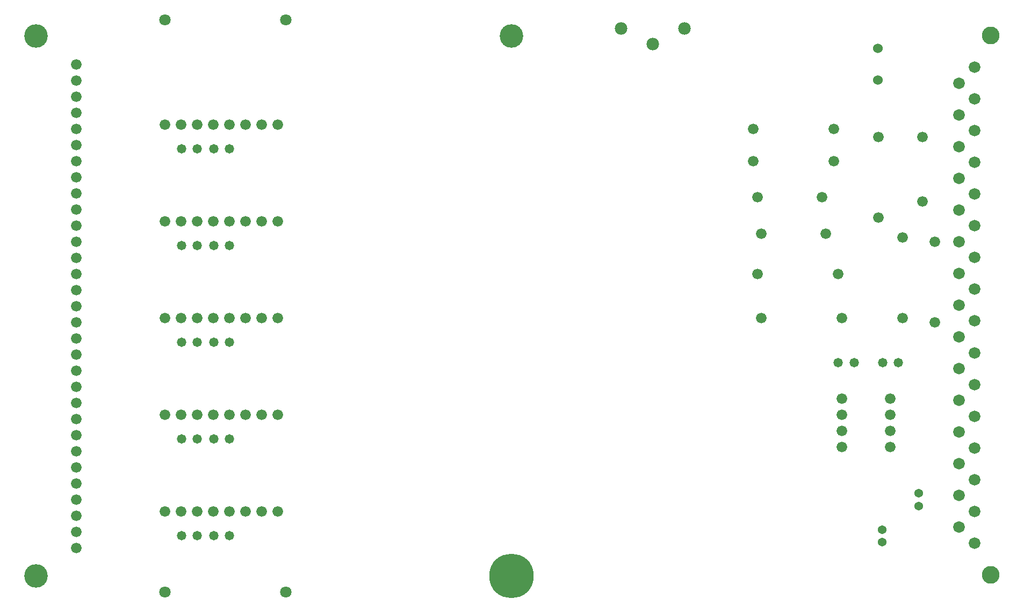
<source format=gts>
G04 start of page 8 for group -4063 idx -4063 *
G04 Title: 26.003.00.01.01.pcb, componentmask *
G04 Creator: pcb 4.1.2 *
G04 CreationDate: Sun Jul 29 08:17:15 2018 UTC *
G04 For: bert *
G04 Format: Gerber/RS-274X *
G04 PCB-Dimensions (mil): 6496.06 4133.86 *
G04 PCB-Coordinate-Origin: lower left *
%MOIN*%
%FSLAX25Y25*%
%LNGTS*%
%ADD76C,0.2760*%
%ADD75C,0.0710*%
%ADD74C,0.1100*%
%ADD73C,0.0720*%
%ADD72C,0.0600*%
%ADD71C,0.1460*%
%ADD70C,0.0780*%
%ADD69C,0.0580*%
%ADD68C,0.0660*%
%ADD67C,0.0540*%
G54D67*X545000Y69449D03*
Y77323D03*
G54D68*X550000Y128386D03*
Y138386D03*
Y148386D03*
G54D67*X567500Y91949D03*
Y99823D03*
G54D69*X554921Y180886D03*
X545079D03*
X527421D03*
X517579D03*
G54D68*X520000Y158386D03*
X550000D03*
X520000Y148386D03*
Y138386D03*
Y128386D03*
X557500Y208386D03*
X577500Y205886D03*
X520000Y208386D03*
X570000Y320886D03*
G54D70*X422185Y388228D03*
X402500Y378386D03*
X382815Y388228D03*
G54D68*X465000Y325886D03*
X515000D03*
G54D71*X315000Y383386D03*
G54D68*X542500Y270886D03*
Y320886D03*
G54D72*X542106Y356044D03*
Y375729D03*
G54D68*X570000Y280886D03*
G54D73*X602360Y364174D03*
Y344489D03*
Y324804D03*
X592518Y354332D03*
Y334647D03*
Y314961D03*
Y295276D03*
Y275591D03*
Y255906D03*
G54D74*X612203Y383859D03*
G54D68*X577500Y255886D03*
G54D73*X602360Y305119D03*
Y285434D03*
Y265749D03*
X592518Y236221D03*
Y216537D03*
Y196852D03*
X602360Y246064D03*
Y226379D03*
Y206694D03*
Y187009D03*
X592518Y177167D03*
X602360Y167324D03*
Y147639D03*
Y127954D03*
X592518Y157481D03*
Y137796D03*
Y118111D03*
Y98426D03*
Y78741D03*
X602360Y108269D03*
Y88584D03*
Y68899D03*
G54D74*X612203Y49213D03*
G54D68*X470000Y260886D03*
X467500Y235886D03*
Y283386D03*
X510000Y260886D03*
X517500Y235886D03*
X507500Y283386D03*
X557500Y258386D03*
X470000Y208386D03*
X465000Y305886D03*
X515000D03*
G54D75*X100000Y393386D03*
G54D68*Y328386D03*
G54D75*X175000Y393386D03*
G54D68*X45000Y365886D03*
Y355886D03*
Y345886D03*
Y335886D03*
Y325886D03*
Y315886D03*
G54D71*X20000Y383386D03*
G54D69*X139921Y313386D03*
G54D68*X140000Y328386D03*
X150000D03*
X160000D03*
X170000D03*
G54D69*X130079Y313386D03*
X119921D03*
X110079D03*
G54D68*X110000Y328386D03*
X120000D03*
X130000D03*
X45000Y305886D03*
Y295886D03*
Y285886D03*
Y275886D03*
Y265886D03*
G54D69*X139921Y253386D03*
G54D68*X140000Y268386D03*
X150000D03*
X160000D03*
X170000D03*
G54D69*X130079Y253386D03*
G54D68*X130000Y268386D03*
G54D69*X119921Y253386D03*
X110079D03*
G54D68*X100000Y268386D03*
X110000D03*
X120000D03*
X45000Y255886D03*
Y245886D03*
Y235886D03*
Y225886D03*
Y215886D03*
Y205886D03*
Y195886D03*
Y185886D03*
Y125886D03*
Y115886D03*
Y105886D03*
Y95886D03*
Y85886D03*
Y75886D03*
Y65886D03*
G54D71*X20000Y48386D03*
G54D75*X100000Y38386D03*
G54D68*Y88386D03*
G54D69*X139921Y73386D03*
G54D68*X140000Y88386D03*
X150000D03*
X160000D03*
X170000D03*
G54D75*X175000Y38386D03*
G54D69*X130079Y73386D03*
G54D68*X130000Y88386D03*
G54D69*X119921Y73386D03*
X110079D03*
G54D68*X110000Y88386D03*
X120000D03*
G54D76*X315000Y48386D03*
G54D68*X45000Y175886D03*
Y165886D03*
Y155886D03*
Y145886D03*
Y135886D03*
G54D69*X139921Y193386D03*
X130079D03*
X119921D03*
X110079D03*
G54D68*X100000Y208386D03*
X110000D03*
X120000D03*
X130000D03*
X140000D03*
X150000D03*
X160000D03*
X170000D03*
G54D69*X139921Y133386D03*
X130079D03*
X119921D03*
X110079D03*
G54D68*X100000Y148386D03*
X110000D03*
X120000D03*
X130000D03*
X140000D03*
X150000D03*
X160000D03*
X170000D03*
M02*

</source>
